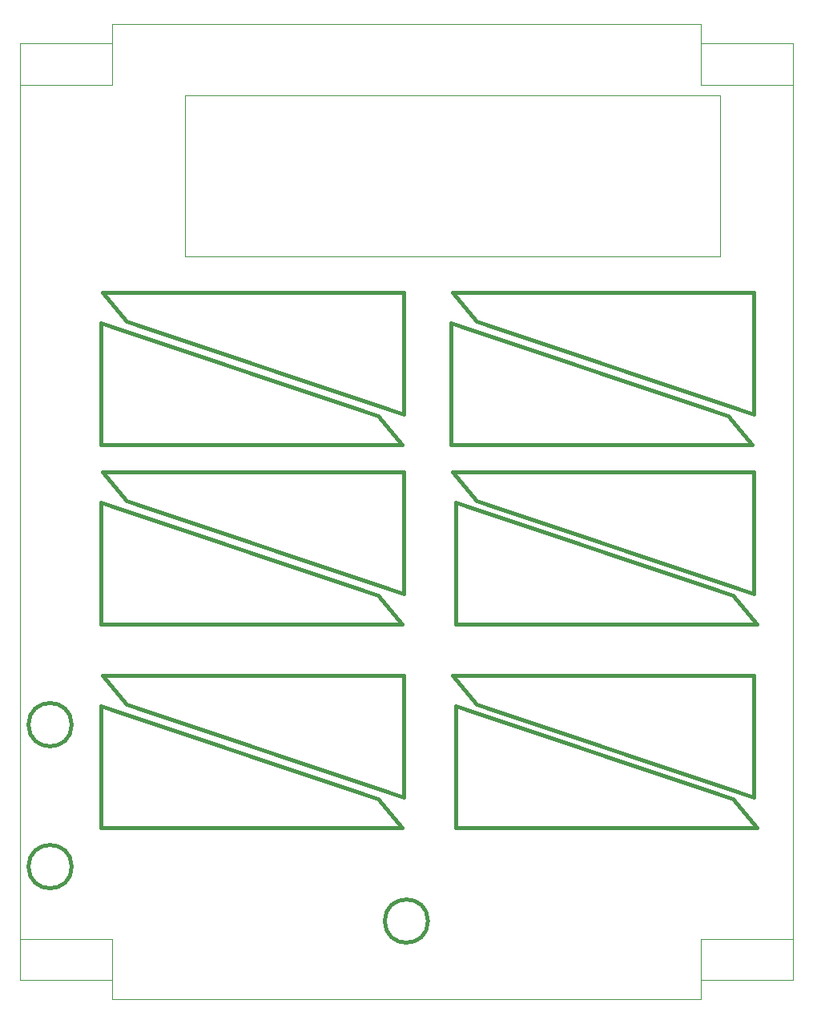
<source format=gto>
G04 (created by PCBNEW (2013-june-11)-stable) date Sun 22 Dec 2013 12:07:11 AM CST*
%MOIN*%
G04 Gerber Fmt 3.4, Leading zero omitted, Abs format*
%FSLAX34Y34*%
G01*
G70*
G90*
G04 APERTURE LIST*
%ADD10C,0.00590551*%
%ADD11C,0.0039*%
%ADD12C,0.015*%
G04 APERTURE END LIST*
G54D10*
G54D11*
X51731Y-24661D02*
X51731Y-25458D01*
X27233Y-24661D02*
X51731Y-24661D01*
X27233Y-25448D02*
X27233Y-24661D01*
X51729Y-64425D02*
X51729Y-65212D01*
X27233Y-64425D02*
X27233Y-65212D01*
X51729Y-65212D02*
X27233Y-65212D01*
X30284Y-27614D02*
X30284Y-34307D01*
X52528Y-27614D02*
X52528Y-34307D01*
X30284Y-27614D02*
X52528Y-27614D01*
X52528Y-34307D02*
X30284Y-34307D01*
X27233Y-62700D02*
X23394Y-62700D01*
X27233Y-64425D02*
X27233Y-62700D01*
X51729Y-62700D02*
X55571Y-62700D01*
X51729Y-64425D02*
X51729Y-62700D01*
X51729Y-27177D02*
X55571Y-27177D01*
X51729Y-25452D02*
X51729Y-27177D01*
X27233Y-27177D02*
X23394Y-27177D01*
X27233Y-25452D02*
X27233Y-27177D01*
X55571Y-64425D02*
X51729Y-64425D01*
X55571Y-25452D02*
X55571Y-64425D01*
X51729Y-25452D02*
X55571Y-25452D01*
X23394Y-25452D02*
X27233Y-25452D01*
X23394Y-64425D02*
X23394Y-25452D01*
X23394Y-64425D02*
X27233Y-64425D01*
G54D12*
X25554Y-53795D02*
G75*
G03X25554Y-53795I-900J0D01*
G74*
G01*
X25554Y-59700D02*
G75*
G03X25554Y-59700I-900J0D01*
G74*
G01*
X40381Y-61964D02*
G75*
G03X40381Y-61964I-900J0D01*
G74*
G01*
X39370Y-40874D02*
X27840Y-37004D01*
X27840Y-37004D02*
X26830Y-35804D01*
X39370Y-40874D02*
X39370Y-35804D01*
X39370Y-35804D02*
X26830Y-35804D01*
X26771Y-37077D02*
X38301Y-40947D01*
X38301Y-40947D02*
X39311Y-42147D01*
X26771Y-37077D02*
X26771Y-42147D01*
X26771Y-42147D02*
X39311Y-42147D01*
X53937Y-40874D02*
X42407Y-37004D01*
X42407Y-37004D02*
X41397Y-35804D01*
X53937Y-40874D02*
X53937Y-35804D01*
X53937Y-35804D02*
X41397Y-35804D01*
X41338Y-37077D02*
X52868Y-40947D01*
X52868Y-40947D02*
X53878Y-42147D01*
X41338Y-37077D02*
X41338Y-42147D01*
X41338Y-42147D02*
X53878Y-42147D01*
X26771Y-44558D02*
X38301Y-48428D01*
X38301Y-48428D02*
X39311Y-49628D01*
X26771Y-44558D02*
X26771Y-49628D01*
X26771Y-49628D02*
X39311Y-49628D01*
X39370Y-48355D02*
X27840Y-44485D01*
X27840Y-44485D02*
X26830Y-43285D01*
X39370Y-48355D02*
X39370Y-43285D01*
X39370Y-43285D02*
X26830Y-43285D01*
X41535Y-44558D02*
X53065Y-48428D01*
X53065Y-48428D02*
X54075Y-49628D01*
X41535Y-44558D02*
X41535Y-49628D01*
X41535Y-49628D02*
X54075Y-49628D01*
X53937Y-48355D02*
X42407Y-44485D01*
X42407Y-44485D02*
X41397Y-43285D01*
X53937Y-48355D02*
X53937Y-43285D01*
X53937Y-43285D02*
X41397Y-43285D01*
X26771Y-53022D02*
X38301Y-56892D01*
X38301Y-56892D02*
X39311Y-58092D01*
X26771Y-53022D02*
X26771Y-58092D01*
X26771Y-58092D02*
X39311Y-58092D01*
X39370Y-56819D02*
X27840Y-52949D01*
X27840Y-52949D02*
X26830Y-51749D01*
X39370Y-56819D02*
X39370Y-51749D01*
X39370Y-51749D02*
X26830Y-51749D01*
X41535Y-53022D02*
X53065Y-56892D01*
X53065Y-56892D02*
X54075Y-58092D01*
X41535Y-53022D02*
X41535Y-58092D01*
X41535Y-58092D02*
X54075Y-58092D01*
X53937Y-56819D02*
X42407Y-52949D01*
X42407Y-52949D02*
X41397Y-51749D01*
X53937Y-56819D02*
X53937Y-51749D01*
X53937Y-51749D02*
X41397Y-51749D01*
M02*

</source>
